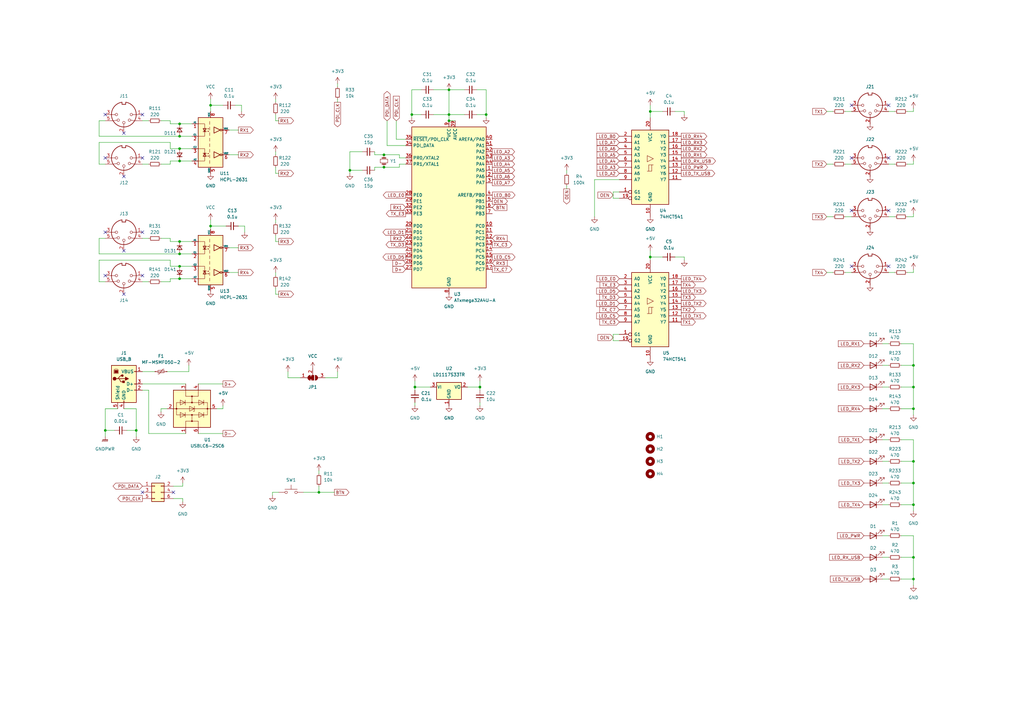
<source format=kicad_sch>
(kicad_sch (version 20231120) (generator "eeschema") (generator_version "8.0")
  (paper "A3")
  (junction (at 157.48 63.5))
  (junction (at 184.15 49.53))
  (junction (at 266.7 45.72))
  (junction (at 43.18 176.53))
  (junction (at 73.66 114.3))
  (junction (at 73.66 66.04))
  (junction (at 73.66 109.22))
  (junction (at 199.39 46.99))
  (junction (at 184.15 36.83))
  (junction (at 86.36 43.18))
  (junction (at 184.15 46.99))
  (junction (at 374.65 167.64))
  (junction (at 73.66 50.8))
  (junction (at 374.65 158.75))
  (junction (at 86.36 92.71))
  (junction (at 55.88 176.53))
  (junction (at 157.48 68.58))
  (junction (at 130.81 201.93))
  (junction (at 73.66 99.06))
  (junction (at 73.66 60.96))
  (junction (at 73.66 55.88))
  (junction (at 143.51 69.85))
  (junction (at 170.18 158.75))
  (junction (at 266.7 105.41))
  (junction (at 374.65 228.6))
  (junction (at 374.65 189.23))
  (junction (at 374.65 207.01))
  (junction (at 168.91 46.99))
  (junction (at 374.65 198.12))
  (junction (at 374.65 149.86))
  (junction (at 374.65 237.49))
  (junction (at 196.85 158.75))
  (junction (at 73.66 104.14))
  (no_connect (at 71.12 201.93))
  (no_connect (at 58.42 201.93))
  (no_connect (at 364.49 109.22))
  (no_connect (at 349.25 86.36))
  (no_connect (at 349.25 109.22))
  (no_connect (at 364.49 86.36))
  (no_connect (at 349.25 64.77))
  (no_connect (at 364.49 64.77))
  (no_connect (at 349.25 43.18))
  (no_connect (at 364.49 43.18))
  (no_connect (at 58.42 46.99))
  (no_connect (at 50.8 54.61))
  (no_connect (at 43.18 46.99))
  (no_connect (at 43.18 95.25))
  (no_connect (at 58.42 95.25))
  (no_connect (at 50.8 102.87))
  (no_connect (at 50.8 72.39))
  (no_connect (at 43.18 64.77))
  (no_connect (at 58.42 64.77))
  (no_connect (at 58.42 113.03))
  (no_connect (at 50.8 120.65))
  (no_connect (at 43.18 113.03))
  (wire (pts (xy 153.67 69.85) (xy 153.67 68.58)))
  (wire (pts (xy 58.42 160.02) (xy 60.96 160.02)))
  (wire (pts (xy 168.91 36.83) (xy 168.91 46.99)))
  (wire (pts (xy 118.11 154.94) (xy 123.19 154.94)))
  (wire (pts (xy 374.65 237.49) (xy 374.65 240.03)))
  (wire (pts (xy 86.36 40.64) (xy 86.36 43.18)))
  (wire (pts (xy 369.57 167.64) (xy 374.65 167.64)))
  (wire (pts (xy 58.42 49.53) (xy 60.96 49.53)))
  (wire (pts (xy 254 73.66) (xy 243.84 73.66)))
  (wire (pts (xy 118.11 152.4) (xy 118.11 154.94)))
  (wire (pts (xy 361.95 149.86) (xy 364.49 149.86)))
  (wire (pts (xy 346.71 45.72) (xy 349.25 45.72)))
  (wire (pts (xy 266.7 45.72) (xy 271.78 45.72)))
  (wire (pts (xy 48.26 167.64) (xy 43.18 167.64)))
  (wire (pts (xy 66.04 168.91) (xy 66.04 167.64)))
  (wire (pts (xy 369.57 189.23) (xy 374.65 189.23)))
  (wire (pts (xy 184.15 36.83) (xy 184.15 46.99)))
  (wire (pts (xy 339.09 67.31) (xy 341.63 67.31)))
  (wire (pts (xy 99.06 43.18) (xy 99.06 45.72)))
  (wire (pts (xy 163.83 68.58) (xy 163.83 67.31)))
  (wire (pts (xy 364.49 45.72) (xy 367.03 45.72)))
  (wire (pts (xy 88.9 167.64) (xy 91.44 167.64)))
  (wire (pts (xy 111.76 203.2) (xy 111.76 201.93)))
  (wire (pts (xy 73.66 104.14) (xy 40.64 104.14)))
  (wire (pts (xy 43.18 49.53) (xy 40.64 49.53)))
  (wire (pts (xy 60.96 177.8) (xy 76.2 177.8)))
  (wire (pts (xy 74.93 199.39) (xy 74.93 198.12)))
  (wire (pts (xy 191.77 158.75) (xy 196.85 158.75)))
  (wire (pts (xy 43.18 176.53) (xy 43.18 179.07)))
  (wire (pts (xy 69.85 60.96) (xy 69.85 58.42)))
  (wire (pts (xy 346.71 88.9) (xy 349.25 88.9)))
  (wire (pts (xy 113.03 120.65) (xy 114.3 120.65)))
  (wire (pts (xy 163.83 67.31) (xy 166.37 67.31)))
  (wire (pts (xy 157.48 68.58) (xy 163.83 68.58)))
  (wire (pts (xy 130.81 193.04) (xy 130.81 194.31)))
  (wire (pts (xy 66.04 97.79) (xy 69.85 97.79)))
  (wire (pts (xy 138.43 34.29) (xy 138.43 35.56)))
  (wire (pts (xy 369.57 140.97) (xy 374.65 140.97)))
  (wire (pts (xy 184.15 49.53) (xy 186.69 49.53)))
  (wire (pts (xy 73.66 60.96) (xy 69.85 60.96)))
  (wire (pts (xy 369.57 237.49) (xy 374.65 237.49)))
  (wire (pts (xy 374.65 180.34) (xy 374.65 189.23)))
  (wire (pts (xy 361.95 228.6) (xy 364.49 228.6)))
  (wire (pts (xy 361.95 189.23) (xy 364.49 189.23)))
  (wire (pts (xy 113.03 68.58) (xy 113.03 71.12)))
  (wire (pts (xy 81.28 157.48) (xy 91.44 157.48)))
  (wire (pts (xy 372.11 45.72) (xy 374.65 45.72)))
  (wire (pts (xy 361.95 158.75) (xy 364.49 158.75)))
  (wire (pts (xy 130.81 199.39) (xy 130.81 201.93)))
  (wire (pts (xy 58.42 152.4) (xy 63.5 152.4)))
  (wire (pts (xy 369.57 219.71) (xy 374.65 219.71)))
  (wire (pts (xy 43.18 176.53) (xy 46.99 176.53)))
  (wire (pts (xy 86.36 43.18) (xy 91.44 43.18)))
  (wire (pts (xy 73.66 55.88) (xy 78.74 55.88)))
  (wire (pts (xy 369.57 149.86) (xy 374.65 149.86)))
  (wire (pts (xy 361.95 198.12) (xy 364.49 198.12)))
  (wire (pts (xy 157.48 63.5) (xy 153.67 63.5)))
  (wire (pts (xy 369.57 180.34) (xy 374.65 180.34)))
  (wire (pts (xy 91.44 167.64) (xy 91.44 166.37)))
  (wire (pts (xy 69.85 114.3) (xy 69.85 115.57)))
  (wire (pts (xy 372.11 111.76) (xy 374.65 111.76)))
  (wire (pts (xy 374.65 111.76) (xy 374.65 110.49)))
  (wire (pts (xy 113.03 90.17) (xy 113.03 91.44)))
  (wire (pts (xy 374.65 167.64) (xy 374.65 170.18)))
  (wire (pts (xy 374.65 88.9) (xy 374.65 87.63)))
  (wire (pts (xy 78.74 114.3) (xy 73.66 114.3)))
  (wire (pts (xy 199.39 46.99) (xy 199.39 48.26)))
  (wire (pts (xy 113.03 71.12) (xy 114.3 71.12)))
  (wire (pts (xy 55.88 167.64) (xy 50.8 167.64)))
  (wire (pts (xy 251.46 137.16) (xy 254 137.16)))
  (wire (pts (xy 172.72 46.99) (xy 168.91 46.99)))
  (wire (pts (xy 86.36 92.71) (xy 92.71 92.71)))
  (wire (pts (xy 69.85 49.53) (xy 66.04 49.53)))
  (wire (pts (xy 162.56 57.15) (xy 166.37 57.15)))
  (wire (pts (xy 43.18 115.57) (xy 40.64 115.57)))
  (wire (pts (xy 339.09 111.76) (xy 341.63 111.76)))
  (wire (pts (xy 148.59 62.23) (xy 143.51 62.23)))
  (wire (pts (xy 69.85 58.42) (xy 40.64 58.42)))
  (wire (pts (xy 158.75 59.69) (xy 166.37 59.69)))
  (wire (pts (xy 58.42 157.48) (xy 76.2 157.48)))
  (wire (pts (xy 251.46 139.7) (xy 254 139.7)))
  (wire (pts (xy 138.43 154.94) (xy 138.43 152.4)))
  (wire (pts (xy 177.8 36.83) (xy 184.15 36.83)))
  (wire (pts (xy 276.86 105.41) (xy 280.67 105.41)))
  (wire (pts (xy 74.93 204.47) (xy 74.93 205.74)))
  (wire (pts (xy 69.85 106.68) (xy 69.85 109.22)))
  (wire (pts (xy 93.98 63.5) (xy 97.79 63.5)))
  (wire (pts (xy 40.64 58.42) (xy 40.64 67.31)))
  (wire (pts (xy 369.57 228.6) (xy 374.65 228.6)))
  (wire (pts (xy 81.28 177.8) (xy 91.44 177.8)))
  (wire (pts (xy 43.18 167.64) (xy 43.18 176.53)))
  (wire (pts (xy 58.42 67.31) (xy 60.96 67.31)))
  (wire (pts (xy 100.33 92.71) (xy 100.33 95.25)))
  (wire (pts (xy 93.98 53.34) (xy 97.79 53.34)))
  (wire (pts (xy 77.47 152.4) (xy 77.47 149.86)))
  (wire (pts (xy 170.18 158.75) (xy 176.53 158.75)))
  (wire (pts (xy 372.11 88.9) (xy 374.65 88.9)))
  (wire (pts (xy 40.64 97.79) (xy 43.18 97.79)))
  (wire (pts (xy 69.85 67.31) (xy 69.85 66.04)))
  (wire (pts (xy 374.65 149.86) (xy 374.65 158.75)))
  (wire (pts (xy 361.95 237.49) (xy 364.49 237.49)))
  (wire (pts (xy 374.65 158.75) (xy 374.65 167.64)))
  (wire (pts (xy 364.49 88.9) (xy 367.03 88.9)))
  (wire (pts (xy 251.46 78.74) (xy 251.46 81.28)))
  (wire (pts (xy 69.85 115.57) (xy 66.04 115.57)))
  (wire (pts (xy 113.03 40.64) (xy 113.03 41.91)))
  (wire (pts (xy 266.7 45.72) (xy 266.7 48.26)))
  (wire (pts (xy 172.72 36.83) (xy 168.91 36.83)))
  (wire (pts (xy 69.85 50.8) (xy 69.85 49.53)))
  (wire (pts (xy 166.37 64.77) (xy 163.83 64.77)))
  (wire (pts (xy 78.74 60.96) (xy 73.66 60.96)))
  (wire (pts (xy 69.85 66.04) (xy 73.66 66.04)))
  (wire (pts (xy 170.18 165.1) (xy 170.18 166.37)))
  (wire (pts (xy 113.03 49.53) (xy 114.3 49.53)))
  (wire (pts (xy 60.96 160.02) (xy 60.96 177.8)))
  (wire (pts (xy 232.41 69.85) (xy 232.41 71.12)))
  (wire (pts (xy 195.58 36.83) (xy 199.39 36.83)))
  (wire (pts (xy 111.76 201.93) (xy 114.3 201.93)))
  (wire (pts (xy 361.95 140.97) (xy 364.49 140.97)))
  (wire (pts (xy 86.36 90.17) (xy 86.36 92.71)))
  (wire (pts (xy 113.03 46.99) (xy 113.03 49.53)))
  (wire (pts (xy 40.64 106.68) (xy 69.85 106.68)))
  (wire (pts (xy 55.88 176.53) (xy 55.88 179.07)))
  (wire (pts (xy 73.66 114.3) (xy 69.85 114.3)))
  (wire (pts (xy 374.65 198.12) (xy 374.65 207.01)))
  (wire (pts (xy 361.95 180.34) (xy 364.49 180.34)))
  (wire (pts (xy 280.67 105.41) (xy 280.67 106.68)))
  (wire (pts (xy 374.65 189.23) (xy 374.65 198.12)))
  (wire (pts (xy 133.35 154.94) (xy 138.43 154.94)))
  (wire (pts (xy 266.7 43.18) (xy 266.7 45.72)))
  (wire (pts (xy 170.18 158.75) (xy 170.18 160.02)))
  (wire (pts (xy 346.71 111.76) (xy 349.25 111.76)))
  (wire (pts (xy 196.85 165.1) (xy 196.85 166.37)))
  (wire (pts (xy 339.09 45.72) (xy 341.63 45.72)))
  (wire (pts (xy 73.66 66.04) (xy 78.74 66.04)))
  (wire (pts (xy 364.49 111.76) (xy 367.03 111.76)))
  (wire (pts (xy 69.85 109.22) (xy 73.66 109.22)))
  (wire (pts (xy 374.65 207.01) (xy 374.65 209.55)))
  (wire (pts (xy 361.95 219.71) (xy 364.49 219.71)))
  (wire (pts (xy 66.04 167.64) (xy 68.58 167.64)))
  (wire (pts (xy 184.15 36.83) (xy 190.5 36.83)))
  (wire (pts (xy 162.56 49.53) (xy 162.56 57.15)))
  (wire (pts (xy 251.46 81.28) (xy 254 81.28)))
  (wire (pts (xy 138.43 40.64) (xy 138.43 41.91)))
  (wire (pts (xy 40.64 115.57) (xy 40.64 106.68)))
  (wire (pts (xy 124.46 201.93) (xy 130.81 201.93)))
  (wire (pts (xy 369.57 158.75) (xy 374.65 158.75)))
  (wire (pts (xy 196.85 158.75) (xy 196.85 156.21)))
  (wire (pts (xy 73.66 50.8) (xy 69.85 50.8)))
  (wire (pts (xy 266.7 102.87) (xy 266.7 105.41)))
  (wire (pts (xy 69.85 99.06) (xy 73.66 99.06)))
  (wire (pts (xy 339.09 88.9) (xy 341.63 88.9)))
  (wire (pts (xy 251.46 78.74) (xy 254 78.74)))
  (wire (pts (xy 184.15 46.99) (xy 184.15 49.53)))
  (wire (pts (xy 69.85 97.79) (xy 69.85 99.06)))
  (wire (pts (xy 86.36 92.71) (xy 86.36 93.98)))
  (wire (pts (xy 40.64 104.14) (xy 40.64 97.79)))
  (wire (pts (xy 68.58 152.4) (xy 77.47 152.4)))
  (wire (pts (xy 143.51 69.85) (xy 148.59 69.85)))
  (wire (pts (xy 195.58 46.99) (xy 199.39 46.99)))
  (wire (pts (xy 73.66 99.06) (xy 78.74 99.06)))
  (wire (pts (xy 374.65 67.31) (xy 374.65 66.04)))
  (wire (pts (xy 361.95 207.01) (xy 364.49 207.01)))
  (wire (pts (xy 168.91 46.99) (xy 168.91 48.26)))
  (wire (pts (xy 86.36 43.18) (xy 86.36 45.72)))
  (wire (pts (xy 55.88 176.53) (xy 55.88 167.64)))
  (wire (pts (xy 58.42 115.57) (xy 60.96 115.57)))
  (wire (pts (xy 96.52 43.18) (xy 99.06 43.18)))
  (wire (pts (xy 177.8 46.99) (xy 184.15 46.99)))
  (wire (pts (xy 143.51 69.85) (xy 143.51 71.12)))
  (wire (pts (xy 93.98 101.6) (xy 97.79 101.6)))
  (wire (pts (xy 199.39 36.83) (xy 199.39 46.99)))
  (wire (pts (xy 369.57 207.01) (xy 374.65 207.01)))
  (wire (pts (xy 71.12 204.47) (xy 74.93 204.47)))
  (wire (pts (xy 163.83 63.5) (xy 157.48 63.5)))
  (wire (pts (xy 130.81 201.93) (xy 137.16 201.93)))
  (wire (pts (xy 346.71 67.31) (xy 349.25 67.31)))
  (wire (pts (xy 58.42 97.79) (xy 60.96 97.79)))
  (wire (pts (xy 113.03 96.52) (xy 113.03 99.06)))
  (wire (pts (xy 113.03 111.76) (xy 113.03 113.03)))
  (wire (pts (xy 73.66 109.22) (xy 78.74 109.22)))
  (wire (pts (xy 251.46 137.16) (xy 251.46 139.7)))
  (wire (pts (xy 113.03 99.06) (xy 114.3 99.06)))
  (wire (pts (xy 153.67 68.58) (xy 157.48 68.58)))
  (wire (pts (xy 170.18 156.21) (xy 170.18 158.75)))
  (wire (pts (xy 40.64 49.53) (xy 40.64 55.88)))
  (wire (pts (xy 40.64 55.88) (xy 73.66 55.88)))
  (wire (pts (xy 232.41 76.2) (xy 232.41 77.47)))
  (wire (pts (xy 280.67 45.72) (xy 280.67 46.99)))
  (wire (pts (xy 71.12 199.39) (xy 74.93 199.39)))
  (wire (pts (xy 93.98 111.76) (xy 97.79 111.76)))
  (wire (pts (xy 143.51 62.23) (xy 143.51 69.85)))
  (wire (pts (xy 276.86 45.72) (xy 280.67 45.72)))
  (wire (pts (xy 243.84 73.66) (xy 243.84 88.9)))
  (wire (pts (xy 369.57 198.12) (xy 374.65 198.12)))
  (wire (pts (xy 374.65 228.6) (xy 374.65 237.49)))
  (wire (pts (xy 158.75 49.53) (xy 158.75 59.69)))
  (wire (pts (xy 374.65 140.97) (xy 374.65 149.86)))
  (wire (pts (xy 266.7 105.41) (xy 271.78 105.41)))
  (wire (pts (xy 66.04 67.31) (xy 69.85 67.31)))
  (wire (pts (xy 78.74 104.14) (xy 73.66 104.14)))
  (wire (pts (xy 184.15 46.99) (xy 190.5 46.99)))
  (wire (pts (xy 372.11 67.31) (xy 374.65 67.31)))
  (wire (pts (xy 266.7 105.41) (xy 266.7 106.68)))
  (wire (pts (xy 364.49 67.31) (xy 367.03 67.31)))
  (wire (pts (xy 153.67 63.5) (xy 153.67 62.23)))
  (wire (pts (xy 361.95 167.64) (xy 364.49 167.64)))
  (wire (pts (xy 40.64 67.31) (xy 43.18 67.31)))
  (wire (pts (xy 52.07 176.53) (xy 55.88 176.53)))
  (wire (pts (xy 78.74 50.8) (xy 73.66 50.8)))
  (wire (pts (xy 374.65 219.71) (xy 374.65 228.6)))
  (wire (pts (xy 113.03 118.11) (xy 113.03 120.65)))
  (wire (pts (xy 113.03 62.23) (xy 113.03 63.5)))
  (wire (pts (xy 97.79 92.71) (xy 100.33 92.71)))
  (wire (pts (xy 374.65 45.72) (xy 374.65 44.45)))
  (wire (pts (xy 163.83 64.77) (xy 163.83 63.5)))
  (wire (pts (xy 196.85 158.75) (xy 196.85 160.02)))
  (global_label "LED_TX1" (shape output) (at 279.4 129.54 0) (property "Intersheetrefs" "${INTERSHEET_REFS}" (effects (hide yes))))
  (global_label "TX_E3" (shape input) (at 254 116.84 180) (property "Intersheetrefs" "${INTERSHEET_REFS}" (effects (hide yes))))
  (global_label "TX3" (shape input) (at 339.09 88.9 180) (property "Intersheetrefs" "${INTERSHEET_REFS}" (effects (hide yes))))
  (global_label "LED_RX_USB" (shape output) (at 279.4 66.04 0) (property "Intersheetrefs" "${INTERSHEET_REFS}" (effects (hide yes))))
  (global_label "TX4" (shape output) (at 279.4 116.84 0) (property "Intersheetrefs" "${INTERSHEET_REFS}" (effects (hide yes))))
  (global_label "OEN" (shape input) (at 251.46 138.43 180) (property "Intersheetrefs" "${INTERSHEET_REFS}" (effects (hide yes))))
  (global_label "LED_B0" (shape input) (at 254 55.88 180) (property "Intersheetrefs" "${INTERSHEET_REFS}" (effects (hide yes))))
  (global_label "LED_A2" (shape output) (at 201.93 62.23 0) (property "Intersheetrefs" "${INTERSHEET_REFS}" (effects (hide yes))))
  (global_label "LED_A5" (shape output) (at 201.93 69.85 0) (property "Intersheetrefs" "${INTERSHEET_REFS}" (effects (hide yes))))
  (global_label "PDI_DATA" (shape bidirectional) (at 158.75 49.53 90) (property "Intersheetrefs" "${INTERSHEET_REFS}" (effects (hide yes))))
  (global_label "LED_C5" (shape output) (at 201.93 105.41 0) (property "Intersheetrefs" "${INTERSHEET_REFS}" (effects (hide yes))))
  (global_label "LED_TX_USB" (shape output) (at 279.4 71.12 0) (property "Intersheetrefs" "${INTERSHEET_REFS}" (effects (hide yes))))
  (global_label "BTN" (shape input) (at 201.93 85.09 0) (property "Intersheetrefs" "${INTERSHEET_REFS}" (effects (hide yes))))
  (global_label "RX2" (shape input) (at 166.37 97.79 180) (property "Intersheetrefs" "${INTERSHEET_REFS}" (effects (hide yes))))
  (global_label "OEN" (shape output) (at 232.41 77.47 270) (property "Intersheetrefs" "${INTERSHEET_REFS}" (effects (hide yes))))
  (global_label "RX4" (shape output) (at 114.3 120.65 0) (property "Intersheetrefs" "${INTERSHEET_REFS}" (effects (hide yes))))
  (global_label "D-" (shape output) (at 91.44 177.8 0) (property "Intersheetrefs" "${INTERSHEET_REFS}" (effects (hide yes))))
  (global_label "LED_PWR" (shape input) (at 354.33 219.71 180) (property "Intersheetrefs" "${INTERSHEET_REFS}" (effects (hide yes))))
  (global_label "LED_D1" (shape input) (at 254 124.46 180) (property "Intersheetrefs" "${INTERSHEET_REFS}" (effects (hide yes))))
  (global_label "RX4" (shape output) (at 97.79 111.76 0) (property "Intersheetrefs" "${INTERSHEET_REFS}" (effects (hide yes))))
  (global_label "RX2" (shape output) (at 97.79 63.5 0) (property "Intersheetrefs" "${INTERSHEET_REFS}" (effects (hide yes))))
  (global_label "LED_TX_USB" (shape input) (at 354.33 237.49 180) (property "Intersheetrefs" "${INTERSHEET_REFS}" (effects (hide yes))))
  (global_label "LED_TX3" (shape input) (at 354.33 198.12 180) (property "Intersheetrefs" "${INTERSHEET_REFS}" (effects (hide yes))))
  (global_label "LED_A2" (shape input) (at 254 71.12 180) (property "Intersheetrefs" "${INTERSHEET_REFS}" (effects (hide yes))))
  (global_label "LED_TX2" (shape output) (at 279.4 124.46 0) (property "Intersheetrefs" "${INTERSHEET_REFS}" (effects (hide yes))))
  (global_label "LED_D5" (shape output) (at 166.37 105.41 180) (property "Intersheetrefs" "${INTERSHEET_REFS}" (effects (hide yes))))
  (global_label "RX3" (shape output) (at 114.3 99.06 0) (property "Intersheetrefs" "${INTERSHEET_REFS}" (effects (hide yes))))
  (global_label "RX1" (shape output) (at 114.3 49.53 0) (property "Intersheetrefs" "${INTERSHEET_REFS}" (effects (hide yes))))
  (global_label "RX1" (shape output) (at 97.79 53.34 0) (property "Intersheetrefs" "${INTERSHEET_REFS}" (effects (hide yes))))
  (global_label "LED_RX1" (shape output) (at 279.4 63.5 0) (property "Intersheetrefs" "${INTERSHEET_REFS}" (effects (hide yes))))
  (global_label "LED_A5" (shape input) (at 254 63.5 180) (property "Intersheetrefs" "${INTERSHEET_REFS}" (effects (hide yes))))
  (global_label "TX_D3" (shape output) (at 166.37 100.33 180) (property "Intersheetrefs" "${INTERSHEET_REFS}" (effects (hide yes))))
  (global_label "TX1" (shape output) (at 279.4 132.08 0) (property "Intersheetrefs" "${INTERSHEET_REFS}" (effects (hide yes))))
  (global_label "RX3" (shape output) (at 97.79 101.6 0) (property "Intersheetrefs" "${INTERSHEET_REFS}" (effects (hide yes))))
  (global_label "TX3" (shape output) (at 279.4 121.92 0) (property "Intersheetrefs" "${INTERSHEET_REFS}" (effects (hide yes))))
  (global_label "TX1" (shape input) (at 339.09 45.72 180) (property "Intersheetrefs" "${INTERSHEET_REFS}" (effects (hide yes))))
  (global_label "TX2" (shape input) (at 339.09 67.31 180) (property "Intersheetrefs" "${INTERSHEET_REFS}" (effects (hide yes))))
  (global_label "LED_RX4" (shape output) (at 279.4 55.88 0) (property "Intersheetrefs" "${INTERSHEET_REFS}" (effects (hide yes))))
  (global_label "RX1" (shape input) (at 166.37 85.09 180) (property "Intersheetrefs" "${INTERSHEET_REFS}" (effects (hide yes))))
  (global_label "LED_A7" (shape output) (at 201.93 74.93 0) (property "Intersheetrefs" "${INTERSHEET_REFS}" (effects (hide yes))))
  (global_label "LED_A3" (shape output) (at 201.93 64.77 0) (property "Intersheetrefs" "${INTERSHEET_REFS}" (effects (hide yes))))
  (global_label "LED_E0" (shape output) (at 166.37 80.01 180) (property "Intersheetrefs" "${INTERSHEET_REFS}" (effects (hide yes))))
  (global_label "LED_TX2" (shape input) (at 354.33 189.23 180) (property "Intersheetrefs" "${INTERSHEET_REFS}" (effects (hide yes))))
  (global_label "TX2" (shape output) (at 279.4 127 0) (property "Intersheetrefs" "${INTERSHEET_REFS}" (effects (hide yes))))
  (global_label "LED_A6" (shape input) (at 254 60.96 180) (property "Intersheetrefs" "${INTERSHEET_REFS}" (effects (hide yes))))
  (global_label "LED_RX_USB" (shape input) (at 354.33 228.6 180) (property "Intersheetrefs" "${INTERSHEET_REFS}" (effects (hide yes))))
  (global_label "RX3" (shape input) (at 201.93 107.95 0) (property "Intersheetrefs" "${INTERSHEET_REFS}" (effects (hide yes))))
  (global_label "LED_C5" (shape input) (at 254 129.54 180) (property "Intersheetrefs" "${INTERSHEET_REFS}" (effects (hide yes))))
  (global_label "TX4" (shape input) (at 339.09 111.76 180) (property "Intersheetrefs" "${INTERSHEET_REFS}" (effects (hide yes))))
  (global_label "D+" (shape input) (at 166.37 110.49 180) (property "Intersheetrefs" "${INTERSHEET_REFS}" (effects (hide yes))))
  (global_label "PDI_CLK" (shape output) (at 138.43 41.91 270) (property "Intersheetrefs" "${INTERSHEET_REFS}" (effects (hide yes))))
  (global_label "LED_TX1" (shape input) (at 354.33 180.34 180) (property "Intersheetrefs" "${INTERSHEET_REFS}" (effects (hide yes))))
  (global_label "LED_A4" (shape input) (at 254 66.04 180) (property "Intersheetrefs" "${INTERSHEET_REFS}" (effects (hide yes))))
  (global_label "LED_TX4" (shape input) (at 354.33 207.01 180) (property "Intersheetrefs" "${INTERSHEET_REFS}" (effects (hide yes))))
  (global_label "LED_RX4" (shape input) (at 354.33 167.64 180) (property "Intersheetrefs" "${INTERSHEET_REFS}" (effects (hide yes))))
  (global_label "PDI_CLK" (shape input) (at 162.56 49.53 90) (property "Intersheetrefs" "${INTERSHEET_REFS}" (effects (hide yes))))
  (global_label "LED_RX2" (shape output) (at 279.4 60.96 0) (property "Intersheetrefs" "${INTERSHEET_REFS}" (effects (hide yes))))
  (global_label "D-" (shape input) (at 166.37 107.95 180) (property "Intersheetrefs" "${INTERSHEET_REFS}" (effects (hide yes))))
  (global_label "LED_PWR" (shape output) (at 279.4 68.58 0) (property "Intersheetrefs" "${INTERSHEET_REFS}" (effects (hide yes))))
  (global_label "PDI_DATA" (shape bidirectional) (at 58.42 199.39 180) (property "Intersheetrefs" "${INTERSHEET_REFS}" (effects (hide yes))))
  (global_label "OEN" (shape input) (at 251.46 80.01 180) (property "Intersheetrefs" "${INTERSHEET_REFS}" (effects (hide yes))))
  (global_label "LED_E0" (shape input) (at 254 114.3 180) (property "Intersheetrefs" "${INTERSHEET_REFS}" (effects (hide yes))))
  (global_label "LED_A6" (shape output) (at 201.93 72.39 0) (property "Intersheetrefs" "${INTERSHEET_REFS}" (effects (hide yes))))
  (global_label "TX_C3" (shape output) (at 201.93 100.33 0) (property "Intersheetrefs" "${INTERSHEET_REFS}" (effects (hide yes))))
  (global_label "LED_RX3" (shape input) (at 354.33 158.75 180) (property "Intersheetrefs" "${INTERSHEET_REFS}" (effects (hide yes))))
  (global_label "OEN" (shape output) (at 201.93 82.55 0) (property "Intersheetrefs" "${INTERSHEET_REFS}" (effects (hide yes))))
  (global_label "TX_D3" (shape input) (at 254 121.92 180) (property "Intersheetrefs" "${INTERSHEET_REFS}" (effects (hide yes))))
  (global_label "PDI_CLK" (shape output) (at 58.42 204.47 180) (property "Intersheetrefs" "${INTERSHEET_REFS}" (effects (hide yes))))
  (global_label "LED_RX2" (shape input) (at 354.33 149.86 180) (property "Intersheetrefs" "${INTERSHEET_REFS}" (effects (hide yes))))
  (global_label "BTN" (shape output) (at 137.16 201.93 0) (property "Intersheetrefs" "${INTERSHEET_REFS}" (effects (hide yes))))
  (global_label "LED_A7" (shape input) (at 254 58.42 180) (property "Intersheetrefs" "${INTERSHEET_REFS}" (effects (hide yes))))
  (global_label "LED_A3" (shape input) (at 254 68.58 180) (property "Intersheetrefs" "${INTERSHEET_REFS}" (effects (hide yes))))
  (global_label "LED_B0" (shape output) (at 201.93 80.01 0) (property "Intersheetrefs" "${INTERSHEET_REFS}" (effects (hide yes))))
  (global_label "LED_A4" (shape output) (at 201.93 67.31 0) (property "Intersheetrefs" "${INTERSHEET_REFS}" (effects (hide yes))))
  (global_label "D+" (shape output) (at 91.44 157.48 0) (property "Intersheetrefs" "${INTERSHEET_REFS}" (effects (hide yes))))
  (global_label "TX_C3" (shape input) (at 254 132.08 180) (property "Intersheetrefs" "${INTERSHEET_REFS}" (effects (hide yes))))
  (global_label "TX_E3" (shape output) (at 166.37 87.63 180) (property "Intersheetrefs" "${INTERSHEET_REFS}" (effects (hide yes))))
  (global_label "RX4" (shape input) (at 201.93 97.79 0) (property "Intersheetrefs" "${INTERSHEET_REFS}" (effects (hide yes))))
  (global_label "LED_RX1" (shape input) (at 354.33 140.97 180) (property "Intersheetrefs" "${INTERSHEET_REFS}" (effects (hide yes))))
  (global_label "RX2" (shape output) (at 114.3 71.12 0) (property "Intersheetrefs" "${INTERSHEET_REFS}" (effects (hide yes))))
  (global_label "LED_D1" (shape output) (at 166.37 95.25 180) (property "Intersheetrefs" "${INTERSHEET_REFS}" (effects (hide yes))))
  (global_label "TX_C7" (shape input) (at 254 127 180) (property "Intersheetrefs" "${INTERSHEET_REFS}" (effects (hide yes))))
  (global_label "LED_TX4" (shape output) (at 279.4 114.3 0) (property "Intersheetrefs" "${INTERSHEET_REFS}" (effects (hide yes))))
  (global_label "LED_D5" (shape input) (at 254 119.38 180) (property "Intersheetrefs" "${INTERSHEET_REFS}" (effects (hide yes))))
  (global_label "LED_TX3" (shape output) (at 279.4 119.38 0) (property "Intersheetrefs" "${INTERSHEET_REFS}" (effects (hide yes))))
  (global_label "TX_C7" (shape output) (at 201.93 110.49 0) (property "Intersheetrefs" "${INTERSHEET_REFS}" (effects (hide yes))))
  (global_label "LED_RX3" (shape output) (at 279.4 58.42 0) (property "Intersheetrefs" "${INTERSHEET_REFS}" (effects (hide yes))))
  (symbol (lib_id "power:VCC") (at 86.36 40.64 0) (unit 1)
    (property "Reference" "#PWR0136" (effects (hide yes)))
    (property "Value" "VCC" (at 86.36 35.56 0))
  )
  (symbol (lib_id "Device:C_Small") (at 151.13 62.23 90) (unit 1)
    (property "Reference" "C35" (at 151.1363 55.88 90))
    (property "Value" "15p" (at 151.1363 58.42 90))
    (property "Footprint" "Capacitor_SMD:C_0805_2012Metric_Pad1.18x1.45mm_HandSolder" (effects (hide yes)))
  )
  (symbol (lib_id "Device:R_Small") (at 232.41 73.66 0) (unit 1)
    (property "Reference" "R4" (at 237.49 72.39 0))
    (property "Value" "100k" (at 237.49 74.93 0))
    (property "Footprint" "Resistor_SMD:R_0805_2012Metric_Pad1.20x1.40mm_HandSolder" (effects (hide yes)))
  )
  (symbol (lib_id "power:+3.3V") (at 113.03 90.17 0) (unit 1)
    (property "Reference" "#PWR0139" (effects (hide yes)))
    (property "Value" "+3V3" (at 113.03 85.09 0))
  )
  (symbol (lib_id "power:GND") (at 55.88 179.07 0) (unit 1)
    (property "Reference" "#PWR0118" (effects (hide yes)))
    (property "Value" "GND" (at 55.88 184.15 0))
  )
  (symbol (lib_id "74xx:74HCT541") (at 266.7 68.58 0) (unit 1)
    (property "Reference" "U4" (at 270.51 86.36 0) (effects (justify left)))
    (property "Value" "74HCT541" (at 270.51 88.9 0) (effects (justify left)))
    (property "Footprint" "Package_SO:TSSOP-20_4.4x6.5mm_P0.65mm" (effects (hide yes)))
    (property "Datasheet" "http://www.ti.com/lit/gpn/sn74HCT541" (effects (hide yes)))
  )
  (symbol (lib_id "Device:C_Small") (at 151.13 69.85 90) (unit 1)
    (property "Reference" "C36" (at 151.13 73.66 90))
    (property "Value" "15p" (at 151.13 76.2 90))
    (property "Footprint" "Capacitor_SMD:C_0805_2012Metric_Pad1.18x1.45mm_HandSolder" (effects (hide yes)))
  )
  (symbol (lib_id "Switch:SW_Push") (at 119.38 201.93 0) (unit 1)
    (property "Reference" "SW1" (at 119.38 196.85 0))
    (property "Value" "SW_Push" (effects (hide yes)))
    (property "Footprint" "Button_Switch_THT:SW_Tactile_SPST_Angled_PTS645Vx58-2LFS" (effects (hide yes)))
  )
  (symbol (lib_id "Device:R_Small") (at 367.03 167.64 90) (unit 1)
    (property "Reference" "R143" (at 367.03 162.56 90))
    (property "Value" "470" (at 367.03 165.1 90))
    (property "Footprint" "Resistor_SMD:R_0805_2012Metric_Pad1.20x1.40mm_HandSolder" (effects (hide yes)))
  )
  (symbol (lib_id "Device:D_Small") (at 73.66 53.34 270) (unit 1)
    (property "Reference" "D111" (at 72.39 54.61 90) (effects (justify right)))
    (property "Value" "D_Small" (effects (hide yes)))
    (property "Footprint" "Diode_SMD:D_SOD-323_HandSoldering" (effects (hide yes)))
  )
  (symbol (lib_id "power:GND") (at 184.15 120.65 0) (unit 1)
    (property "Reference" "#PWR0129" (effects (hide yes)))
    (property "Value" "GND" (at 184.15 125.73 0))
  )
  (symbol (lib_id "power:GND") (at 66.04 168.91 0) (unit 1)
    (property "Reference" "#PWR0119" (effects (hide yes)))
    (property "Value" "GND" (at 66.04 173.99 0))
  )
  (symbol (lib_id "power:+3.3V") (at 74.93 198.12 0) (unit 1)
    (property "Reference" "#PWR0115" (effects (hide yes)))
    (property "Value" "+3V3" (at 74.93 193.04 0))
  )
  (symbol (lib_id "Connector:DIN-5_180degree") (at 50.8 46.99 180) (unit 1)
    (property "Reference" "J11" (at 50.7999 39.37 0))
    (property "Value" "DIN-5_180degree" (effects (hide yes)))
    (property "Footprint" "lib:DIN5MIDI-OOTDTY" (effects (hide yes)))
    (property "Datasheet" "http://www.mouser.com/ds/2/18/40_c091_abd_e-75918.pdf" (effects (hide yes)))
  )
  (symbol (lib_id "Connector:DIN-5_180degree") (at 356.87 43.18 180) (unit 1)
    (property "Reference" "J21" (at 356.8699 35.56 0))
    (property "Value" "DIN-5_180degree" (effects (hide yes)))
    (property "Footprint" "lib:DIN5MIDI-OOTDTY" (effects (hide yes)))
    (property "Datasheet" "http://www.mouser.com/ds/2/18/40_c091_abd_e-75918.pdf" (effects (hide yes)))
  )
  (symbol (lib_id "Device:R_Small") (at 367.03 149.86 90) (unit 1)
    (property "Reference" "R123" (at 367.03 144.78 90))
    (property "Value" "470" (at 367.03 147.32 90))
    (property "Footprint" "Resistor_SMD:R_0805_2012Metric_Pad1.20x1.40mm_HandSolder" (effects (hide yes)))
  )
  (symbol (lib_id "Device:C_Small") (at 95.25 92.71 90) (unit 1)
    (property "Reference" "C13" (at 95.2563 86.36 90))
    (property "Value" "0.1u" (at 95.2563 88.9 90))
    (property "Footprint" "Capacitor_SMD:C_0805_2012Metric_Pad1.18x1.45mm_HandSolder" (effects (hide yes)))
  )
  (symbol (lib_id "Connector:DIN-5_180degree") (at 50.8 64.77 180) (unit 1)
    (property "Reference" "J12" (at 50.8 74.93 0))
    (property "Value" "DIN-5_180degree" (effects (hide yes)))
    (property "Footprint" "lib:DIN5MIDI-OOTDTY" (effects (hide yes)))
    (property "Datasheet" "http://www.mouser.com/ds/2/18/40_c091_abd_e-75918.pdf" (effects (hide yes)))
  )
  (symbol (lib_id "Device:LED") (at 358.14 149.86 180) (unit 1)
    (property "Reference" "D12" (at 358.14 146.05 0))
    (property "Value" "LED" (effects (hide yes)))
    (property "Footprint" "Connector_PinSocket_2.54mm:PinSocket_1x02_P2.54mm_Vertical" (effects (hide yes)))
  )
  (symbol (lib_id "power:GND") (at 168.91 48.26 0) (unit 1)
    (property "Reference" "#PWR0126" (effects (hide yes)))
    (property "Value" "GND" (effects (hide yes)))
  )
  (symbol (lib_id "Device:R_Small") (at 113.03 44.45 0) (unit 1)
    (property "Reference" "R112" (at 116.84 43.18 0))
    (property "Value" "220" (at 116.84 45.72 0))
    (property "Footprint" "Resistor_SMD:R_0805_2012Metric_Pad1.20x1.40mm_HandSolder" (effects (hide yes)))
  )
  (symbol (lib_id "Isolator:HCPL-2631") (at 86.36 106.68 0) (unit 1)
    (property "Reference" "U13" (at 90.17 119.38 0) (effects (justify left)))
    (property "Value" "HCPL-2631" (at 90.17 121.92 0) (effects (justify left)))
    (property "Footprint" "Package_DIP:DIP-8_W7.62mm" (effects (hide yes)))
    (property "Datasheet" "https://docs.broadcom.com/docs/AV02-0940EN" (effects (hide yes)))
  )
  (symbol (lib_id "Power_Protection:USBLC6-2SC6") (at 78.74 167.64 270) (mirror x) (unit 1)
    (property "Reference" "U1" (at 85.09 180.34 90))
    (property "Value" "USBLC6-2SC6" (at 85.09 182.88 90))
    (property "Footprint" "Package_TO_SOT_SMD:SOT-23-6_Handsoldering" (effects (hide yes)))
    (property "Datasheet" "https://www.st.com/resource/en/datasheet/usblc6-2.pdf" (effects (hide yes)))
  )
  (symbol (lib_id "Device:C_Small") (at 196.85 162.56 180) (unit 1)
    (property "Reference" "C22" (at 199.39 161.2835 0) (effects (justify right)))
    (property "Value" "10u" (at 199.39 163.8235 0) (effects (justify right)))
    (property "Footprint" "Capacitor_SMD:C_0805_2012Metric_Pad1.18x1.45mm_HandSolder" (effects (hide yes)))
  )
  (symbol (lib_id "power:GND") (at 374.65 240.03 0) (unit 1)
    (property "Reference" "#PWR0108" (effects (hide yes)))
    (property "Value" "GND" (at 374.65 245.11 0))
  )
  (symbol (lib_id "power:+3.3V") (at 138.43 34.29 0) (unit 1)
    (property "Reference" "#PWR0127" (effects (hide yes)))
    (property "Value" "+3V3" (at 138.43 29.21 0))
  )
  (symbol (lib_id "power:+5V") (at 374.65 87.63 0) (unit 1)
    (property "Reference" "#PWR0142" (effects (hide yes)))
    (property "Value" "+5V" (at 374.65 82.55 0))
  )
  (symbol (lib_id "Device:R_Small") (at 344.17 111.76 90) (unit 1)
    (property "Reference" "R241" (at 344.17 106.68 90))
    (property "Value" "220" (at 344.17 109.22 90))
    (property "Footprint" "Resistor_SMD:R_0805_2012Metric_Pad1.20x1.40mm_HandSolder" (effects (hide yes)))
  )
  (symbol (lib_id "Device:R_Small") (at 344.17 45.72 90) (unit 1)
    (property "Reference" "R211" (at 344.17 40.64 90))
    (property "Value" "220" (at 344.17 43.18 90))
    (property "Footprint" "Resistor_SMD:R_0805_2012Metric_Pad1.20x1.40mm_HandSolder" (effects (hide yes)))
  )
  (symbol (lib_id "Device:R_Small") (at 63.5 115.57 90) (unit 1)
    (property "Reference" "R141" (at 63.5 110.49 90))
    (property "Value" "220" (at 63.5 113.03 90))
    (property "Footprint" "Resistor_SMD:R_0805_2012Metric_Pad1.20x1.40mm_HandSolder" (effects (hide yes)))
  )
  (symbol (lib_id "Isolator:HCPL-2631") (at 86.36 58.42 0) (unit 1)
    (property "Reference" "U11" (at 90.17 71.12 0) (effects (justify left)))
    (property "Value" "HCPL-2631" (at 90.17 73.66 0) (effects (justify left)))
    (property "Footprint" "Package_DIP:DIP-8_W7.62mm" (effects (hide yes)))
    (property "Datasheet" "https://docs.broadcom.com/docs/AV02-0940EN" (effects (hide yes)))
  )
  (symbol (lib_id "Connector:DIN-5_180degree") (at 356.87 64.77 180) (unit 1)
    (property "Reference" "J22" (at 356.8699 57.15 0))
    (property "Value" "DIN-5_180degree" (effects (hide yes)))
    (property "Footprint" "lib:DIN5MIDI-OOTDTY" (effects (hide yes)))
    (property "Datasheet" "http://www.mouser.com/ds/2/18/40_c091_abd_e-75918.pdf" (effects (hide yes)))
  )
  (symbol (lib_id "Device:R_Small") (at 113.03 93.98 0) (unit 1)
    (property "Reference" "R132" (at 116.84 92.71 0))
    (property "Value" "220" (at 116.84 95.25 0))
    (property "Footprint" "Resistor_SMD:R_0805_2012Metric_Pad1.20x1.40mm_HandSolder" (effects (hide yes)))
  )
  (symbol (lib_id "power:GND") (at 356.87 116.84 0) (unit 1)
    (property "Reference" "#PWR0145" (effects (hide yes)))
    (property "Value" "GND" (effects (hide yes)))
  )
  (symbol (lib_id "power:+3.3V") (at 232.41 69.85 0) (unit 1)
    (property "Reference" "#PWR0107" (effects (hide yes)))
    (property "Value" "+3V3" (at 232.41 64.77 0))
  )
  (symbol (lib_id "Device:LED") (at 358.14 198.12 180) (unit 1)
    (property "Reference" "D23" (at 358.14 194.31 0))
    (property "Value" "LED" (effects (hide yes)))
    (property "Footprint" "Connector_PinSocket_2.54mm:PinSocket_1x02_P2.54mm_Vertical" (effects (hide yes)))
  )
  (symbol (lib_id "Device:R_Small") (at 367.03 189.23 90) (unit 1)
    (property "Reference" "R223" (at 367.03 184.15 90))
    (property "Value" "470" (at 367.03 186.69 90))
    (property "Footprint" "Resistor_SMD:R_0805_2012Metric_Pad1.20x1.40mm_HandSolder" (effects (hide yes)))
  )
  (symbol (lib_id "Device:R_Small") (at 63.5 49.53 90) (unit 1)
    (property "Reference" "R111" (at 63.5 44.45 90))
    (property "Value" "220" (at 63.5 46.99 90))
    (property "Footprint" "Resistor_SMD:R_0805_2012Metric_Pad1.20x1.40mm_HandSolder" (effects (hide yes)))
  )
  (symbol (lib_id "power:+3.3V") (at 130.81 193.04 0) (unit 1)
    (property "Reference" "#PWR0125" (effects (hide yes)))
    (property "Value" "+3V3" (at 130.81 187.96 0))
  )
  (symbol (lib_id "Device:R_Small") (at 367.03 140.97 90) (unit 1)
    (property "Reference" "R113" (at 367.03 135.89 90))
    (property "Value" "470" (at 367.03 138.43 90))
    (property "Footprint" "Resistor_SMD:R_0805_2012Metric_Pad1.20x1.40mm_HandSolder" (effects (hide yes)))
  )
  (symbol (lib_id "Device:R_Small") (at 63.5 67.31 90) (unit 1)
    (property "Reference" "R121" (at 63.5 62.23 90))
    (property "Value" "220" (at 63.5 64.77 90))
    (property "Footprint" "Resistor_SMD:R_0805_2012Metric_Pad1.20x1.40mm_HandSolder" (effects (hide yes)))
  )
  (symbol (lib_id "Device:LED") (at 358.14 167.64 180) (unit 1)
    (property "Reference" "D14" (at 358.14 163.83 0))
    (property "Value" "LED" (effects (hide yes)))
    (property "Footprint" "Connector_PinSocket_2.54mm:PinSocket_1x02_P2.54mm_Vertical" (effects (hide yes)))
  )
  (symbol (lib_id "Mechanical:MountingHole") (at 266.7 184.15 180) (unit 1)
    (property "Reference" "H2" (at 269.24 184.1499 0) (effects (justify right)))
    (property "Value" "MountingHole" (effects (hide yes)))
    (property "Footprint" "MountingHole:MountingHole_3.2mm_M3_DIN965" (effects (hide yes)))
  )
  (symbol (lib_id "Device:D_Small") (at 73.66 111.76 90) (unit 1)
    (property "Reference" "D141" (at 72.39 110.49 90) (effects (justify left)))
    (property "Value" "D_Small" (effects (hide yes)))
    (property "Footprint" "Diode_SMD:D_SOD-323_HandSoldering" (effects (hide yes)))
  )
  (symbol (lib_id "power:GND") (at 143.51 71.12 0) (unit 1)
    (property "Reference" "#PWR0128" (effects (hide yes)))
    (property "Value" "GND" (at 143.51 76.2 0))
  )
  (symbol (lib_id "Device:LED") (at 358.14 219.71 180) (unit 1)
    (property "Reference" "D1" (at 358.14 215.9 0))
    (property "Value" "LED" (effects (hide yes)))
    (property "Footprint" "Connector_PinSocket_2.54mm:PinSocket_1x02_P2.54mm_Vertical" (effects (hide yes)))
  )
  (symbol (lib_id "power:GND") (at 100.33 95.25 0) (unit 1)
    (property "Reference" "#PWR0137" (effects (hide yes)))
    (property "Value" "GND" (effects (hide yes)))
  )
  (symbol (lib_id "Mechanical:MountingHole") (at 266.7 189.23 180) (unit 1)
    (property "Reference" "H3" (at 269.24 189.2299 0) (effects (justify right)))
    (property "Value" "MountingHole" (effects (hide yes)))
    (property "Footprint" "MountingHole:MountingHole_3.2mm_M3_DIN965" (effects (hide yes)))
  )
  (symbol (lib_id "power:GND") (at 170.18 166.37 0) (unit 1)
    (property "Reference" "#PWR0124" (effects (hide yes)))
    (property "Value" "GND" (at 170.18 171.45 0))
  )
  (symbol (lib_id "Device:LED") (at 358.14 228.6 180) (unit 1)
    (property "Reference" "D2" (at 358.14 224.79 0))
    (property "Value" "LED" (effects (hide yes)))
    (property "Footprint" "Connector_PinSocket_2.54mm:PinSocket_1x02_P2.54mm_Vertical" (effects (hide yes)))
  )
  (symbol (lib_id "Device:R_Small") (at 369.57 67.31 90) (unit 1)
    (property "Reference" "R222" (at 369.57 62.23 90))
    (property "Value" "220" (at 369.57 64.77 90))
    (property "Footprint" "Resistor_SMD:R_0805_2012Metric_Pad1.20x1.40mm_HandSolder" (effects (hide yes)))
  )
  (symbol (lib_id "power:GND") (at 199.39 48.26 0) (unit 1)
    (property "Reference" "#PWR0133" (effects (hide yes)))
    (property "Value" "GND" (effects (hide yes)))
  )
  (symbol (lib_id "Device:C_Small") (at 175.26 46.99 90) (unit 1)
    (property "Reference" "C33" (at 175.2663 40.64 90))
    (property "Value" "0.1u" (at 175.2663 43.18 90))
    (property "Footprint" "Capacitor_SMD:C_0805_2012Metric_Pad1.18x1.45mm_HandSolder" (effects (hide yes)))
  )
  (symbol (lib_id "Device:C_Small") (at 170.18 162.56 180) (unit 1)
    (property "Reference" "C21" (at 172.72 161.2835 0) (effects (justify right)))
    (property "Value" "0.1u" (at 172.72 163.8235 0) (effects (justify right)))
    (property "Footprint" "Capacitor_SMD:C_0805_2012Metric_Pad1.18x1.45mm_HandSolder" (effects (hide yes)))
  )
  (symbol (lib_id "Device:LED") (at 358.14 189.23 180) (unit 1)
    (property "Reference" "D22" (at 358.14 185.42 0))
    (property "Value" "LED" (effects (hide yes)))
    (property "Footprint" "Connector_PinSocket_2.54mm:PinSocket_1x02_P2.54mm_Vertical" (effects (hide yes)))
  )
  (symbol (lib_id "Device:LED") (at 358.14 180.34 180) (unit 1)
    (property "Reference" "D21" (at 358.14 176.53 0))
    (property "Value" "LED" (effects (hide yes)))
    (property "Footprint" "Connector_PinSocket_2.54mm:PinSocket_1x02_P2.54mm_Vertical" (effects (hide yes)))
  )
  (symbol (lib_id "Device:LED") (at 358.14 140.97 180) (unit 1)
    (property "Reference" "D11" (at 358.14 137.16 0))
    (property "Value" "LED" (effects (hide yes)))
    (property "Footprint" "Connector_PinSocket_2.54mm:PinSocket_1x02_P2.54mm_Vertical" (effects (hide yes)))
  )
  (symbol (lib_id "Device:R_Small") (at 367.03 198.12 90) (unit 1)
    (property "Reference" "R233" (at 367.03 193.04 90))
    (property "Value" "470" (at 367.03 195.58 90))
    (property "Footprint" "Resistor_SMD:R_0805_2012Metric_Pad1.20x1.40mm_HandSolder" (effects (hide yes)))
  )
  (symbol (lib_id "Device:R_Small") (at 367.03 228.6 90) (unit 1)
    (property "Reference" "R2" (at 367.03 223.52 90))
    (property "Value" "470" (at 367.03 226.06 90))
    (property "Footprint" "Resistor_SMD:R_0805_2012Metric_Pad1.20x1.40mm_HandSolder" (effects (hide yes)))
  )
  (symbol (lib_id "Connector:USB_B") (at 50.8 157.48 0) (unit 1)
    (property "Reference" "J1" (at 50.8 144.78 0))
    (property "Value" "USB_B" (at 50.8 147.32 0))
    (property "Footprint" "Connector_USB:USB_B_OST_USB-B1HSxx_Horizontal" (effects (hide yes)))
    (property "Datasheet" " ~" (effects (hide yes)))
  )
  (symbol (lib_id "Device:C_Small") (at 193.04 36.83 90) (unit 1)
    (property "Reference" "C32" (at 193.0463 30.48 90))
    (property "Value" "0.1u" (at 193.0463 33.02 90))
    (property "Footprint" "Capacitor_SMD:C_0805_2012Metric_Pad1.18x1.45mm_HandSolder" (effects (hide yes)))
  )
  (symbol (lib_id "Device:R_Small") (at 138.43 38.1 0) (unit 1)
    (property "Reference" "R33" (at 143.51 36.83 0))
    (property "Value" "10k" (at 143.51 39.37 0))
    (property "Footprint" "Resistor_SMD:R_0805_2012Metric_Pad1.20x1.40mm_HandSolder" (effects (hide yes)))
  )
  (symbol (lib_id "Device:C_Small") (at 175.26 36.83 90) (unit 1)
    (property "Reference" "C31" (at 175.2663 30.48 90))
    (property "Value" "0.1u" (at 175.2663 33.02 90))
    (property "Footprint" "Capacitor_SMD:C_0805_2012Metric_Pad1.18x1.45mm_HandSolder" (effects (hide yes)))
  )
  (symbol (lib_id "power:+3.3V") (at 196.85 156.21 0) (unit 1)
    (property "Reference" "#PWR0121" (effects (hide yes)))
    (property "Value" "+3V3" (at 196.85 151.13 0))
  )
  (symbol (lib_id "power:GND") (at 74.93 205.74 0) (unit 1)
    (property "Reference" "#PWR0116" (effects (hide yes)))
    (property "Value" "GND" (at 74.93 210.82 0))
  )
  (symbol (lib_id "power:+5V") (at 266.7 43.18 0) (unit 1)
    (property "Reference" "#PWR0105" (effects (hide yes)))
    (property "Value" "+5V" (at 266.7 38.1 0))
  )
  (symbol (lib_id "Device:R_Small") (at 367.03 219.71 90) (unit 1)
    (property "Reference" "R1" (at 367.03 214.63 90))
    (property "Value" "470" (at 367.03 217.17 90))
    (property "Footprint" "Resistor_SMD:R_0805_2012Metric_Pad1.20x1.40mm_HandSolder" (effects (hide yes)))
  )
  (symbol (lib_id "Device:LED") (at 358.14 207.01 180) (unit 1)
    (property "Reference" "D24" (at 358.14 203.2 0))
    (property "Value" "LED" (effects (hide yes)))
    (property "Footprint" "Connector_PinSocket_2.54mm:PinSocket_1x02_P2.54mm_Vertical" (effects (hide yes)))
  )
  (symbol (lib_id "Device:C_Small") (at 49.53 176.53 270) (unit 1)
    (property "Reference" "C1" (at 49.5236 170.18 90))
    (property "Value" "0.01u" (at 49.5236 172.72 90))
    (property "Footprint" "Capacitor_SMD:C_0805_2012Metric_Pad1.18x1.45mm_HandSolder" (effects (hide yes)))
  )
  (symbol (lib_id "Connector_Generic:Conn_02x03_Odd_Even") (at 63.5 201.93 0) (unit 1)
    (property "Reference" "J2" (at 64.77 195.58 0))
    (property "Value" "Conn_02x03_Odd_Even" (effects (hide yes)))
    (property "Footprint" "Connector_IDC:IDC-Header_2x03_P2.54mm_Vertical" (effects (hide yes)))
  )
  (symbol (lib_id "Connector:DIN-5_180degree") (at 356.87 86.36 180) (unit 1)
    (property "Reference" "J23" (at 356.8699 78.74 0))
    (property "Value" "DIN-5_180degree" (effects (hide yes)))
    (property "Footprint" "lib:DIN5MIDI-OOTDTY" (effects (hide yes)))
    (property "Datasheet" "http://www.mouser.com/ds/2/18/40_c091_abd_e-75918.pdf" (effects (hide yes)))
  )
  (symbol (lib_id "power:+5V") (at 91.44 166.37 0) (unit 1)
    (property "Reference" "#PWR0120" (effects (hide yes)))
    (property "Value" "+5V" (at 91.44 161.29 0))
  )
  (symbol (lib_id "Connector:DIN-5_180degree") (at 356.87 109.22 180) (unit 1)
    (property "Reference" "J24" (at 356.8699 101.6 0))
    (property "Value" "DIN-5_180degree" (effects (hide yes)))
    (property "Footprint" "lib:DIN5MIDI-OOTDTY" (effects (hide yes)))
    (property "Datasheet" "http://www.mouser.com/ds/2/18/40_c091_abd_e-75918.pdf" (effects (hide yes)))
  )
  (symbol (lib_id "power:GND") (at 266.7 88.9 0) (unit 1)
    (property "Reference" "#PWR0106" (effects (hide yes)))
    (property "Value" "GND" (at 266.7 93.98 0))
  )
  (symbol (lib_id "Device:R_Small") (at 130.81 196.85 0) (unit 1)
    (property "Reference" "R11" (at 134.62 194.31 0))
    (property "Value" "10k" (at 134.62 196.85 0))
    (property "Footprint" "Resistor_SMD:R_0805_2012Metric_Pad1.20x1.40mm_HandSolder" (effects (hide yes)))
  )
  (symbol (lib_id "power:+3.3V") (at 113.03 111.76 0) (unit 1)
    (property "Reference" "#PWR0130" (effects (hide yes)))
    (property "Value" "+3V3" (at 113.03 106.68 0))
  )
  (symbol (lib_id "Jumper:SolderJumper_3_Bridged12") (at 128.27 154.94 0) (mirror x) (unit 1)
    (property "Reference" "JP1" (at 128.27 158.75 0))
    (property "Value" "SolderJumper_3_Bridged12" (effects (hide yes)))
    (property "Footprint" "Jumper:SolderJumper-3_P1.3mm_Bridged2Bar12_Pad1.0x1.5mm" (effects (hide yes)))
  )
  (symbol (lib_id "power:GNDPWR") (at 43.18 179.07 0) (unit 1)
    (property "Reference" "#PWR0151" (effects (hide yes)))
    (property "Value" "GNDPWR" (at 43.053 184.15 0))
  )
  (symbol (lib_id "Device:D_Small") (at 73.66 63.5 90) (unit 1)
    (property "Reference" "D121" (at 72.39 62.23 90) (effects (justify left)))
    (property "Value" "D_Small" (effects (hide yes)))
    (property "Footprint" "Diode_SMD:D_SOD-323_HandSoldering" (effects (hide yes)))
  )
  (symbol (lib_id "power:GND") (at 86.36 119.38 0) (unit 1)
    (property "Reference" "#PWR0141" (effects (hide yes)))
    (property "Value" "GND" (at 86.36 124.46 0))
  )
  (symbol (lib_id "power:GND") (at 196.85 166.37 0) (unit 1)
    (property "Reference" "#PWR0122" (effects (hide yes)))
    (property "Value" "GND" (at 196.85 171.45 0))
  )
  (symbol (lib_id "power:+5V") (at 266.7 102.87 0) (unit 1)
    (property "Reference" "#PWR0103" (effects (hide yes)))
    (property "Value" "+5V" (at 266.7 97.79 0))
  )
  (symbol (lib_id "Device:LED") (at 358.14 237.49 180) (unit 1)
    (property "Reference" "D3" (at 358.14 233.68 0))
    (property "Value" "LED" (effects (hide yes)))
    (property "Footprint" "Connector_PinSocket_2.54mm:PinSocket_1x02_P2.54mm_Vertical" (effects (hide yes)))
  )
  (symbol (lib_id "Device:C_Small") (at 274.32 105.41 90) (unit 1)
    (property "Reference" "C5" (at 274.3263 99.06 90))
    (property "Value" "0.1u" (at 274.3263 101.6 90))
    (property "Footprint" "Capacitor_SMD:C_0805_2012Metric_Pad1.18x1.45mm_HandSolder" (effects (hide yes)))
  )
  (symbol (lib_id "power:+5V") (at 77.47 149.86 0) (unit 1)
    (property "Reference" "#PWR0117" (effects (hide yes)))
    (property "Value" "+5V" (at 77.47 144.78 0))
  )
  (symbol (lib_id "power:+5V") (at 374.65 110.49 0) (unit 1)
    (property "Reference" "#PWR0146" (effects (hide yes)))
    (property "Value" "+5V" (at 374.65 105.41 0))
  )
  (symbol (lib_id "Device:R_Small") (at 113.03 66.04 0) (unit 1)
    (property "Reference" "R122" (at 116.84 64.77 0))
    (property "Value" "220" (at 116.84 67.31 0))
    (property "Footprint" "Resistor_SMD:R_0805_2012Metric_Pad1.20x1.40mm_HandSolder" (effects (hide yes)))
  )
  (symbol (lib_id "Connector:DIN-5_180degree") (at 50.8 113.03 180) (unit 1)
    (property "Reference" "J14" (at 50.8 123.19 0))
    (property "Value" "DIN-5_180degree" (effects (hide yes)))
    (property "Footprint" "lib:DIN5MIDI-OOTDTY" (effects (hide yes)))
    (property "Datasheet" "http://www.mouser.com/ds/2/18/40_c091_abd_e-75918.pdf" (effects (hide yes)))
  )
  (symbol (lib_id "power:+3.3V") (at 113.03 40.64 0) (unit 1)
    (property "Reference" "#PWR0134" (effects (hide yes)))
    (property "Value" "+3V3" (at 113.03 35.56 0))
  )
  (symbol (lib_id "power:GND") (at 266.7 147.32 0) (unit 1)
    (property "Reference" "#PWR0101" (effects (hide yes)))
    (property "Value" "GND" (at 266.7 152.4 0))
  )
  (symbol (lib_id "Regulator_Linear:LD1117S33TR_SOT223") (at 184.15 158.75 0) (unit 1)
    (property "Reference" "U2" (at 184.15 151.13 0))
    (property "Value" "LD1117S33TR" (at 184.15 153.67 0))
    (property "Footprint" "Package_TO_SOT_SMD:SOT-223-3_TabPin2" (effects (hide yes)))
    (property "Datasheet" "http://www.st.com/st-web-ui/static/active/en/resource/technical/document/datasheet/CD00000544.pdf" (effects (hide yes)))
  )
  (symbol (lib_id "Device:R_Small") (at 113.03 115.57 0) (unit 1)
    (property "Reference" "R142" (at 116.84 114.3 0))
    (property "Value" "220" (at 116.84 116.84 0))
    (property "Footprint" "Resistor_SMD:R_0805_2012Metric_Pad1.20x1.40mm_HandSolder" (effects (hide yes)))
  )
  (symbol (lib_id "power:GND") (at 280.67 46.99 0) (unit 1)
    (property "Reference" "#PWR0104" (effects (hide yes)))
    (property "Value" "GND" (effects (hide yes)))
  )
  (symbol (lib_id "Device:R_Small") (at 369.57 45.72 90) (unit 1)
    (property "Reference" "R212" (at 369.57 40.64 90))
    (property "Value" "220" (at 369.57 43.18 90))
    (property "Footprint" "Resistor_SMD:R_0805_2012Metric_Pad1.20x1.40mm_HandSolder" (effects (hide yes)))
  )
  (symbol (lib_id "Device:R_Small") (at 369.57 111.76 90) (unit 1)
    (property "Reference" "R242" (at 369.57 106.68 90))
    (property "Value" "220" (at 369.57 109.22 90))
    (property "Footprint" "Resistor_SMD:R_0805_2012Metric_Pad1.20x1.40mm_HandSolder" (effects (hide yes)))
  )
  (symbol (lib_id "power:GND") (at 99.06 45.72 0) (unit 1)
    (property "Reference" "#PWR0135" (effects (hide yes)))
    (property "Value" "GND" (effects (hide yes)))
  )
  (symbol (lib_id "power:+5V") (at 138.43 152.4 0) (unit 1)
    (property "Reference" "#PWR0114" (effects (hide yes)))
    (property "Value" "+5V" (at 138.43 147.32 0))
  )
  (symbol (lib_id "power:+5V") (at 170.18 156.21 0) (unit 1)
    (property "Reference" "#PWR0111" (effects (hide yes)))
    (property "Value" "+5V" (at 170.18 151.13 0))
  )
  (symbol (lib_id "power:+3.3V") (at 113.03 62.23 0) (unit 1)
    (property "Reference" "#PWR0131" (effects (hide yes)))
    (property "Value" "+3V3" (at 113.03 57.15 0))
  )
  (symbol (lib_id "power:GND") (at 374.65 170.18 0) (unit 1)
    (property "Reference" "#PWR0109" (effects (hide yes)))
    (property "Value" "GND" (at 374.65 175.26 0))
  )
  (symbol (lib_id "power:GND") (at 111.76 203.2 0) (unit 1)
    (property "Reference" "#PWR0150" (effects (hide yes)))
    (property "Value" "GND" (at 111.76 208.28 0))
  )
  (symbol (lib_id "power:+3.3V") (at 118.11 152.4 0) (unit 1)
    (property "Reference" "#PWR0112" (effects (hide yes)))
    (property "Value" "+3V3" (at 118.11 147.32 0))
  )
  (symbol (lib_id "power:VCC") (at 128.27 151.13 0) (unit 1)
    (property "Reference" "#PWR0113" (effects (hide yes)))
    (property "Value" "VCC" (at 128.27 146.05 0))
  )
  (symbol (lib_id "Device:Crystal_Small") (at 157.48 66.04 90) (unit 1)
    (property "Reference" "Y1" (at 160.02 66.04 90) (effects (justify right)))
    (property "Value" "Crystal_Small" (effects (hide yes)))
    (property "Footprint" "Crystal:Crystal_SMD_HC49-SD" (effects (hide yes)))
  )
  (symbol (lib_id "Device:C_Small") (at 193.04 46.99 90) (unit 1)
    (property "Reference" "C34" (at 193.0463 40.64 90))
    (property "Value" "0.1u" (at 193.0463 43.18 90))
    (property "Footprint" "Capacitor_SMD:C_0805_2012Metric_Pad1.18x1.45mm_HandSolder" (effects (hide yes)))
  )
  (symbol (lib_id "Device:R_Small") (at 63.5 97.79 90) (unit 1)
    (property "Reference" "R131" (at 63.5 92.71 90))
    (property "Value" "220" (at 63.5 95.25 90))
    (property "Footprint" "Resistor_SMD:R_0805_2012Metric_Pad1.20x1.40mm_HandSolder" (effects (hide yes)))
  )
  (symbol (lib_id "Device:R_Small") (at 344.17 67.31 90) (unit 1)
    (property "Reference" "R221" (at 344.17 62.23 90))
    (property "Value" "220" (at 344.17 64.77 90))
    (property "Footprint" "Resistor_SMD:R_0805_2012Metric_Pad1.20x1.40mm_HandSolder" (effects (hide yes)))
  )
  (symbol (lib_id "Device:R_Small") (at 367.03 207.01 90) (unit 1)
    (property "Reference" "R243" (at 367.03 201.93 90))
    (property "Value" "470" (at 367.03 204.47 90))
    (property "Footprint" "Resistor_SMD:R_0805_2012Metric_Pad1.20x1.40mm_HandSolder" (effects (hide yes)))
  )
  (symbol (lib_id "MCU_Microchip_ATmega:ATxmega32A4U-A") (at 184.15 85.09 0) (unit 1)
    (property "Reference" "U3" (at 186.1694 120.65 0) (effects (justify left)))
    (property "Value" "ATxmega32A4U-A" (at 186.1694 123.19 0) (effects (justify left)))
    (property "Footprint" "Package_QFP:TQFP-44_10x10mm_P0.8mm" (effects (hide yes)))
    (property "Datasheet" "http://ww1.microchip.com/downloads/en/DeviceDoc/Atmel-8387-8-and16-bit-AVR-Microcontroller-XMEGA-A4U_Datasheet.pdf" (effects (hide yes)))
  )
  (symbol (lib_id "power:GND") (at 243.84 88.9 0) (unit 1)
    (property "Reference" "#PWR?" (effects (hide yes)))
    (property "Value" "GND" (at 243.84 93.98 0))
  )
  (symbol (lib_id "Device:R_Small") (at 344.17 88.9 90) (unit 1)
    (property "Reference" "R231" (at 344.17 83.82 90))
    (property "Value" "220" (at 344.17 86.36 90))
    (property "Footprint" "Resistor_SMD:R_0805_2012Metric_Pad1.20x1.40mm_HandSolder" (effects (hide yes)))
  )
  (symbol (lib_id "Mechanical:MountingHole") (at 266.7 194.31 180) (unit 1)
    (property "Reference" "H4" (at 269.24 194.3099 0) (effects (justify right)))
    (property "Value" "MountingHole" (effects (hide yes)))
    (property "Footprint" "MountingHole:MountingHole_3.2mm_M3_DIN965" (effects (hide yes)))
  )
  (symbol (lib_id "74xx:74HCT541") (at 266.7 127 0) (unit 1)
    (property "Reference" "U5" (at 271.78 144.78 0) (effects (justify left)))
    (property "Value" "74HCT541" (at 271.78 147.32 0) (effects (justify left)))
    (property "Footprint" "Package_SO:TSSOP-20_4.4x6.5mm_P0.65mm" (effects (hide yes)))
    (property "Datasheet" "http://www.ti.com/lit/gpn/sn74HCT541" (effects (hide yes)))
  )
  (symbol (lib_id "Device:R_Small") (at 367.03 237.49 90) (unit 1)
    (property "Reference" "R3" (at 367.03 232.41 90))
    (property "Value" "470" (at 367.03 234.95 90))
    (property "Footprint" "Resistor_SMD:R_0805_2012Metric_Pad1.20x1.40mm_HandSolder" (effects (hide yes)))
  )
  (symbol (lib_id "Device:R_Small") (at 369.57 88.9 90) (unit 1)
    (property "Reference" "R232" (at 369.57 83.82 90))
    (property "Value" "220" (at 369.57 86.36 90))
    (property "Footprint" "Resistor_SMD:R_0805_2012Metric_Pad1.20x1.40mm_HandSolder" (effects (hide yes)))
  )
  (symbol (lib_id "Device:R_Small") (at 367.03 180.34 90) (unit 1)
    (property "Reference" "R213" (at 367.03 175.26 90))
    (property "Value" "470" (at 367.03 177.8 90))
    (property "Footprint" "Resistor_SMD:R_0805_2012Metric_Pad1.20x1.40mm_HandSolder" (effects (hide yes)))
  )
  (symbol (lib_id "power:GND") (at 356.87 93.98 0) (unit 1)
    (property "Reference" "#PWR0144" (effects (hide yes)))
    (property "Value" "GND" (effects (hide yes)))
  )
  (symbol (lib_id "Mechanical:MountingHole") (at 266.7 179.07 180) (unit 1)
    (property "Reference" "H1" (at 269.24 179.0699 0) (effects (justify right)))
    (property "Value" "MountingHole" (effects (hide yes)))
    (property "Footprint" "MountingHole:MountingHole_3.2mm_M3_DIN965" (effects (hide yes)))
  )
  (symbol (lib_id "Device:C_Small") (at 274.32 45.72 90) (unit 1)
    (property "Reference" "C4" (at 274.3263 39.37 90))
    (property "Value" "0.1u" (at 274.3263 41.91 90))
    (property "Footprint" "Capacitor_SMD:C_0805_2012Metric_Pad1.18x1.45mm_HandSolder" (effects (hide yes)))
  )
  (symbol (lib_id "Connector:DIN-5_180degree") (at 50.8 95.25 180) (unit 1)
    (property "Reference" "J13" (at 50.7999 87.63 0))
    (property "Value" "DIN-5_180degree" (effects (hide yes)))
    (property "Footprint" "lib:DIN5MIDI-OOTDTY" (effects (hide yes)))
    (property "Datasheet" "http://www.mouser.com/ds/2/18/40_c091_abd_e-75918.pdf" (effects (hide yes)))
  )
  (symbol (lib_id "Device:C_Small") (at 93.98 43.18 90) (unit 1)
    (property "Reference" "C11" (at 93.9863 36.83 90))
    (property "Value" "0.1u" (at 93.9863 39.37 90))
    (property "Footprint" "Capacitor_SMD:C_0805_2012Metric_Pad1.18x1.45mm_HandSolder" (effects (hide yes)))
  )
  (symbol (lib_id "Device:R_Small") (at 367.03 158.75 90) (unit 1)
    (property "Reference" "R133" (at 367.03 153.67 90))
    (property "Value" "470" (at 367.03 156.21 90))
    (property "Footprint" "Resistor_SMD:R_0805_2012Metric_Pad1.20x1.40mm_HandSolder" (effects (hide yes)))
  )
  (symbol (lib_id "power:GND") (at 356.87 50.8 0) (unit 1)
    (property "Reference" "#PWR0147" (effects (hide yes)))
    (property "Value" "GND" (effects (hide yes)))
  )
  (symbol (lib_id "Device:LED") (at 358.14 158.75 180) (unit 1)
    (property "Reference" "D13" (at 358.14 154.94 0))
    (property "Value" "LED" (effects (hide yes)))
    (property "Footprint" "Connector_PinSocket_2.54mm:PinSocket_1x02_P2.54mm_Vertical" (effects (hide yes)))
  )
  (symbol (lib_id "power:GND") (at 184.15 166.37 0) (unit 1)
    (property "Reference" "#PWR0123" (effects (hide yes)))
    (property "Value" "GND" (at 184.15 171.45 0))
  )
  (symbol (lib_id "power:+5V") (at 374.65 66.04 0) (unit 1)
    (property "Reference" "#PWR0148" (effects (hide yes)))
    (property "Value" "+5V" (at 374.65 60.96 0))
  )
  (symbol (lib_id "Device:Polyfuse_Small") (at 66.04 152.4 90) (unit 1)
    (property "Reference" "F1" (at 66.04 146.05 90))
    (property "Value" "MF-MSMF050-2" (at 66.04 148.59 90))
    (property "Footprint" "Fuse:Fuse_1812_4532Metric_Pad1.30x3.40mm_HandSolder" (effects (hide yes)))
  )
  (symbol (lib_id "power:VCC") (at 86.36 90.17 0) (unit 1)
    (property "Reference" "#PWR0138" (effects (hide yes)))
    (property "Value" "VCC" (at 86.36 85.09 0))
  )
  (symbol (lib_id "power:+3.3V") (at 184.15 36.83 0) (unit 1)
    (property "Reference" "#PWR0132" (effects (hide yes)))
    (property "Value" "+3V3" (at 184.15 31.75 0))
  )
  (symbol (lib_id "power:GND") (at 86.36 71.12 0) (unit 1)
    (property "Reference" "#PWR0140" (effects (hide yes)))
    (property "Value" "GND" (at 86.36 76.2 0))
  )
  (symbol (lib_id "power:GND") (at 280.67 106.68 0) (unit 1)
    (property "Reference" "#PWR0102" (effects (hide yes)))
    (property "Value" "GND" (effects (hide yes)))
  )
  (symbol (lib_id "power:+5V") (at 374.65 44.45 0) (unit 1)
    (property "Reference" "#PWR0149" (effects (hide yes)))
    (property "Value" "+5V" (at 374.65 39.37 0))
  )
  (symbol (lib_id "Device:D_Small") (at 73.66 101.6 270) (unit 1)
    (property "Reference" "D131" (at 72.39 102.87 90) (effects (justify right)))
    (property "Value" "D_Small" (effects (hide yes)))
    (property "Footprint" "Diode_SMD:D_SOD-323_HandSoldering" (effects (hide yes)))
  )
  (symbol (lib_id "power:GND") (at 374.65 209.55 0) (unit 1)
    (property "Reference" "#PWR0110" (effects (hide yes)))
    (property "Value" "GND" (at 374.65 214.63 0))
  )
  (symbol (lib_id "power:GND") (at 356.87 72.39 0) (unit 1)
    (property "Reference" "#PWR0143" (effects (hide yes)))
    (property "Value" "GND" (effects (hide yes)))
  )
)
</source>
